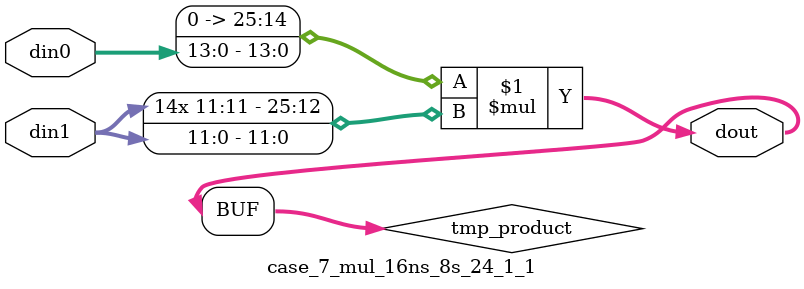
<source format=v>

`timescale 1 ns / 1 ps

 (* use_dsp = "no" *)  module case_7_mul_16ns_8s_24_1_1(din0, din1, dout);
parameter ID = 1;
parameter NUM_STAGE = 0;
parameter din0_WIDTH = 14;
parameter din1_WIDTH = 12;
parameter dout_WIDTH = 26;

input [din0_WIDTH - 1 : 0] din0; 
input [din1_WIDTH - 1 : 0] din1; 
output [dout_WIDTH - 1 : 0] dout;

wire signed [dout_WIDTH - 1 : 0] tmp_product;

























assign tmp_product = $signed({1'b0, din0}) * $signed(din1);










assign dout = tmp_product;





















endmodule

</source>
